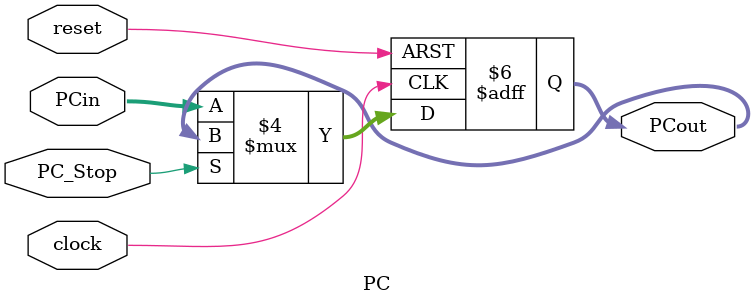
<source format=v>
module PC (
    input wire clock,
    input wire reset,
    input wire PC_Stop,
    input wire [31:0] PCin,
    output reg [31:0] PCout);

always @(posedge clock or negedge reset)  
  begin
		if (!reset) 
			PCout <= 0;
		else if (PC_Stop)
			PCout <= PCout; 
    else
      PCout <= PCin;
	end 
	
endmodule
</source>
